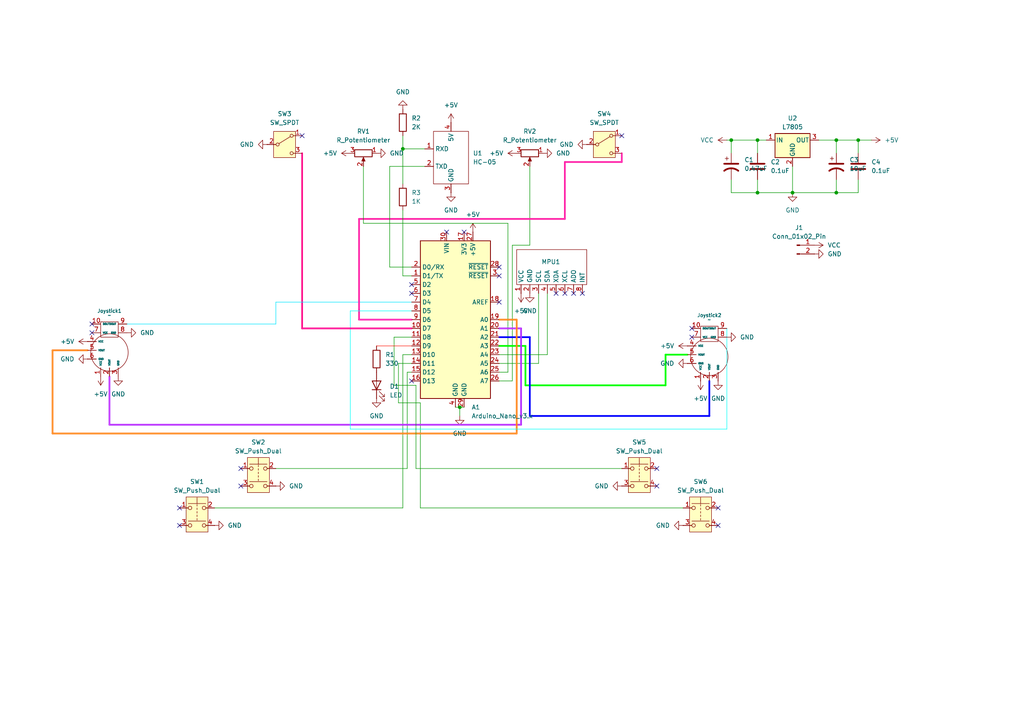
<source format=kicad_sch>
(kicad_sch (version 20250114) (generator "eeschema") (generator_version "9.0")
  (paper "A4")
  (lib_symbols
    (symbol "Connector:Conn_01x02_Pin" (pin_names (offset 1.016) (hide yes))
      (property "Reference" "J" (at 0 2.54 0))
      (property "Value" "Conn_01x02_Pin" (at 0 -5.08 0))
      (symbol "Conn_01x02_Pin_1_1"
        (rectangle (start 0.8636 0.127) (end 0 -0.127) (stroke (width 0.1524)) (fill (type outline)))
        (rectangle (start 0.8636 -2.413) (end 0 -2.667) (stroke (width 0.1524)) (fill (type outline)))
        (polyline (pts (xy 1.27 0) (xy 0.8636 0)) (stroke (width 0.1524)))
        (polyline (pts (xy 1.27 -2.54) (xy 0.8636 -2.54)) (stroke (width 0.1524)))
        (pin passive line (at 5.08 0 180) (length 3.81) (name "Pin_1") (number "1"))
        (pin passive line (at 5.08 -2.54 180) (length 3.81) (name "Pin_2") (number "2"))
      )
    )
    (symbol "Controller_Components:Joystick"
      (property "Reference" "Joystick" (at 2.286 -6.35 90))
      (symbol "Joystick_0_1"
        (rectangle (start -2.54 1.905) (end 2.54 -2.54))
        (circle (center 0 -6.985) (radius 5.4254))
      )
      (symbol "Joystick_1_1"
        (pin passive line (at -6.35 -3.81 0) (length 2.54) (name "VCC") (number "4"))
        (pin passive line (at -6.35 -6.35 0) (length 2.54) (name "VOUT") (number "5"))
        (pin passive line (at -6.35 -8.89 0) (length 2.54) (name "GND") (number "6"))
        (pin passive line (at -5.08 1.27 0) (length 2.54) (name "DOUT") (number "10"))
        (pin passive line (at -5.08 -1.27 0) (length 2.54) (name "VCC") (number "7"))
        (pin passive line (at -2.54 -13.97 90) (length 2.54) (name "VCC") (number "1"))
        (pin passive line (at 0 -13.97 90) (length 2.54) (name "VOUT") (number "2"))
        (pin passive line (at 2.54 -13.97 90) (length 2.54) (name "GND") (number "3"))
        (pin passive line (at 5.08 1.27 180) (length 2.54) (name "DOUT") (number "9"))
        (pin passive line (at 5.08 -1.27 180) (length 2.54) (name "GND") (number "8"))
      )
    )
    (symbol "Controller_Components:MPU6050"
      (property "Reference" "MPU6050" (at 1.016 -9.906 0))
      (symbol "MPU6050_0_1"
        (rectangle (start -8.89 -6.35) (end 11.43 -16.51))
      )
      (symbol "MPU6050_1_1"
        (pin passive line (at -7.62 -19.05 90) (length 2.54) (name "VCC") (number "1"))
        (pin passive line (at -5.08 -19.05 90) (length 2.54) (name "GND") (number "2"))
        (pin passive line (at -2.54 -19.05 90) (length 2.54) (name "SCL") (number "3"))
        (pin passive line (at 0 -19.05 90) (length 2.54) (name "SDA") (number "4"))
        (pin passive line (at 2.54 -19.05 90) (length 2.54) (name "XDA") (number "5"))
        (pin passive line (at 5.08 -19.05 90) (length 2.54) (name "XCL") (number "6"))
        (pin passive line (at 7.62 -19.05 90) (length 2.54) (name "ADO") (number "7"))
        (pin passive line (at 10.16 -19.05 90) (length 2.54) (name "INT") (number "8"))
      )
    )
    (symbol "Device1:C" (pin_numbers (hide yes)) (pin_names (offset 0.254))
      (property "Reference" "C" (at 0.635 2.54 0))
      (property "Value" "C" (at 0.635 -2.54 0))
      (symbol "C_0_1"
        (polyline (pts (xy -2.032 0.762) (xy 2.032 0.762)) (stroke (width 0.508)))
        (polyline (pts (xy -2.032 -0.762) (xy 2.032 -0.762)) (stroke (width 0.508)))
      )
      (symbol "C_1_1"
        (pin passive line (at 0 3.81 270) (length 2.794) (name "~") (number "1"))
        (pin passive line (at 0 -3.81 90) (length 2.794) (name "~") (number "2"))
      )
    )
    (symbol "Device:C_Polarized_US" (pin_numbers (hide yes)) (pin_names (offset 0.254) (hide yes))
      (property "Reference" "C" (at 0.635 2.54 0))
      (property "Value" "C_Polarized_US" (at 0.635 -2.54 0))
      (symbol "C_Polarized_US_0_1"
        (polyline (pts (xy -2.032 0.762) (xy 2.032 0.762)) (stroke (width 0.508)))
        (polyline (pts (xy -1.778 2.286) (xy -0.762 2.286)))
        (polyline (pts (xy -1.27 1.778) (xy -1.27 2.794)))
        (arc (start -2.032 -1.27) (mid 0 -0.5572) (end 2.032 -1.27) (stroke (width 0.508)))
      )
      (symbol "C_Polarized_US_1_1"
        (pin passive line (at 0 3.81 270) (length 2.794) (name "~") (number "1"))
        (pin passive line (at 0 -3.81 90) (length 3.302) (name "~") (number "2"))
      )
    )
    (symbol "Device:LED" (pin_numbers (hide yes)) (pin_names (offset 1.016) (hide yes))
      (property "Reference" "D" (at 0 2.54 0))
      (property "Value" "LED" (at 0 -2.54 0))
      (symbol "LED_0_1"
        (polyline (pts (xy -3.048 -0.762) (xy -4.572 -2.286) (xy -3.81 -2.286) (xy -4.572 -2.286) (xy -4.572 -1.524)))
        (polyline (pts (xy -1.778 -0.762) (xy -3.302 -2.286) (xy -2.54 -2.286) (xy -3.302 -2.286) (xy -3.302 -1.524)))
        (polyline (pts (xy -1.27 0) (xy 1.27 0)))
        (polyline (pts (xy -1.27 -1.27) (xy -1.27 1.27)) (stroke (width 0.254)))
        (polyline (pts (xy 1.27 -1.27) (xy 1.27 1.27) (xy -1.27 0) (xy 1.27 -1.27)) (stroke (width 0.254)))
      )
      (symbol "LED_1_1"
        (pin passive line (at -3.81 0 0) (length 2.54) (name "K") (number "1"))
        (pin passive line (at 3.81 0 180) (length 2.54) (name "A") (number "2"))
      )
    )
    (symbol "Device:R" (pin_numbers (hide yes)) (pin_names (offset 0))
      (property "Reference" "R" (at 2.032 0 90))
      (property "Value" "R" (at 0 0 90))
      (symbol "R_0_1"
        (rectangle (start -1.016 -2.54) (end 1.016 2.54) (stroke (width 0.254)))
      )
      (symbol "R_1_1"
        (pin passive line (at 0 3.81 270) (length 1.27) (name "~") (number "1"))
        (pin passive line (at 0 -3.81 90) (length 1.27) (name "~") (number "2"))
      )
    )
    (symbol "Device:R_Potentiometer" (pin_names (offset 1.016) (hide yes))
      (property "Reference" "RV" (at -4.445 0 90))
      (property "Value" "R_Potentiometer" (at -2.54 0 90))
      (symbol "R_Potentiometer_0_1"
        (rectangle (start 1.016 2.54) (end -1.016 -2.54) (stroke (width 0.254)))
        (polyline (pts (xy 1.143 0) (xy 2.286 0.508) (xy 2.286 -0.508) (xy 1.143 0)) (fill (type outline)))
        (polyline (pts (xy 2.54 0) (xy 1.524 0)))
      )
      (symbol "R_Potentiometer_1_1"
        (pin passive line (at 0 3.81 270) (length 1.27) (name "1") (number "1"))
        (pin passive line (at 0 -3.81 90) (length 1.27) (name "3") (number "3"))
        (pin passive line (at 3.81 0 180) (length 1.27) (name "2") (number "2"))
      )
    )
    (symbol "MCU_Module:Arduino_Nano_v3.x"
      (property "Reference" "A" (at -10.16 23.495 0))
      (property "Value" "Arduino_Nano_v3.x" (at 5.08 -24.13 0))
      (symbol "Arduino_Nano_v3.x_0_1"
        (rectangle (start -10.16 22.86) (end 10.16 -22.86) (stroke (width 0.254)) (fill (type background)))
      )
      (symbol "Arduino_Nano_v3.x_1_1"
        (pin bidirectional line (at -12.7 15.24 0) (length 2.54) (name "D0/RX") (number "2"))
        (pin bidirectional line (at -12.7 12.7 0) (length 2.54) (name "D1/TX") (number "1"))
        (pin bidirectional line (at -12.7 10.16 0) (length 2.54) (name "D2") (number "5"))
        (pin bidirectional line (at -12.7 7.62 0) (length 2.54) (name "D3") (number "6"))
        (pin bidirectional line (at -12.7 5.08 0) (length 2.54) (name "D4") (number "7"))
        (pin bidirectional line (at -12.7 2.54 0) (length 2.54) (name "D5") (number "8"))
        (pin bidirectional line (at -12.7 0 0) (length 2.54) (name "D6") (number "9"))
        (pin bidirectional line (at -12.7 -2.54 0) (length 2.54) (name "D7") (number "10"))
        (pin bidirectional line (at -12.7 -5.08 0) (length 2.54) (name "D8") (number "11"))
        (pin bidirectional line (at -12.7 -7.62 0) (length 2.54) (name "D9") (number "12"))
        (pin bidirectional line (at -12.7 -10.16 0) (length 2.54) (name "D10") (number "13"))
        (pin bidirectional line (at -12.7 -12.7 0) (length 2.54) (name "D11") (number "14"))
        (pin bidirectional line (at -12.7 -15.24 0) (length 2.54) (name "D12") (number "15"))
        (pin bidirectional line (at -12.7 -17.78 0) (length 2.54) (name "D13") (number "16"))
        (pin power_in line (at -2.54 25.4 270) (length 2.54) (name "VIN") (number "30"))
        (pin power_in line (at 0 -25.4 90) (length 2.54) (name "GND") (number "4"))
        (pin power_out line (at 2.54 25.4 270) (length 2.54) (name "3V3") (number "17"))
        (pin power_in line (at 2.54 -25.4 90) (length 2.54) (name "GND") (number "29"))
        (pin power_out line (at 5.08 25.4 270) (length 2.54) (name "+5V") (number "27"))
        (pin input line (at 12.7 15.24 180) (length 2.54) (name "~{RESET}") (number "28"))
        (pin input line (at 12.7 12.7 180) (length 2.54) (name "~{RESET}") (number "3"))
        (pin input line (at 12.7 5.08 180) (length 2.54) (name "AREF") (number "18"))
        (pin bidirectional line (at 12.7 0 180) (length 2.54) (name "A0") (number "19"))
        (pin bidirectional line (at 12.7 -2.54 180) (length 2.54) (name "A1") (number "20"))
        (pin bidirectional line (at 12.7 -5.08 180) (length 2.54) (name "A2") (number "21"))
        (pin bidirectional line (at 12.7 -7.62 180) (length 2.54) (name "A3") (number "22"))
        (pin bidirectional line (at 12.7 -10.16 180) (length 2.54) (name "A4") (number "23"))
        (pin bidirectional line (at 12.7 -12.7 180) (length 2.54) (name "A5") (number "24"))
        (pin bidirectional line (at 12.7 -15.24 180) (length 2.54) (name "A6") (number "25"))
        (pin bidirectional line (at 12.7 -17.78 180) (length 2.54) (name "A7") (number "26"))
      )
    )
    (symbol "Regulator_Linear:L7805" (pin_names (offset 0.254))
      (property "Reference" "U" (at -3.81 3.175 0))
      (property "Value" "L7805" (at 0 3.175 0))
      (symbol "L7805_0_1"
        (rectangle (start -5.08 1.905) (end 5.08 -5.08) (stroke (width 0.254)) (fill (type background)))
      )
      (symbol "L7805_1_1"
        (pin power_in line (at -7.62 0 0) (length 2.54) (name "IN") (number "1"))
        (pin power_in line (at 0 -7.62 90) (length 2.54) (name "GND") (number "2"))
        (pin power_out line (at 7.62 0 180) (length 2.54) (name "OUT") (number "3"))
      )
    )
    (symbol "Switch:SW_Push_Dual" (pin_names (offset 1.016) (hide yes))
      (property "Reference" "SW" (at 0 7.62 0))
      (property "Value" "SW_Push_Dual" (at 0 -6.35 0))
      (symbol "SW_Push_Dual_0_1"
        (circle (center -2.032 2.54) (radius 0.508))
        (circle (center -2.032 -2.54) (radius 0.508))
        (polyline (pts (xy 0 3.81) (xy 0 5.588)))
        (polyline (pts (xy 0 3.048) (xy 0 3.556)))
        (polyline (pts (xy 0 2.032) (xy 0 2.54)))
        (polyline (pts (xy 0 1.016) (xy 0 1.524)))
        (polyline (pts (xy 0 0.508) (xy 0 0)))
        (polyline (pts (xy 0 -0.508) (xy 0 -1.016)))
        (circle (center 2.032 2.54) (radius 0.508))
        (circle (center 2.032 -2.54) (radius 0.508))
        (polyline (pts (xy 2.54 3.81) (xy -2.54 3.81)))
        (polyline (pts (xy 2.54 -1.27) (xy -2.54 -1.27)))
        (pin passive line (at -5.08 2.54 0) (length 2.54) (name "1") (number "1"))
        (pin passive line (at -5.08 -2.54 0) (length 2.54) (name "3") (number "3"))
        (pin passive line (at 5.08 2.54 180) (length 2.54) (name "2") (number "2"))
        (pin passive line (at 5.08 -2.54 180) (length 2.54) (name "4") (number "4"))
      )
      (symbol "SW_Push_Dual_1_1"
        (rectangle (start -3.175 5.715) (end 3.175 -4.445) (fill (type background)))
      )
    )
    (symbol "Switch:SW_SPDT" (pin_names (offset 0) (hide yes))
      (property "Reference" "SW" (at 0 5.08 0))
      (property "Value" "SW_SPDT" (at 0 -5.08 0))
      (symbol "SW_SPDT_0_1"
        (circle (center -2.032 0) (radius 0.4572))
        (polyline (pts (xy -1.651 0.254) (xy 1.651 2.286)))
        (circle (center 2.032 2.54) (radius 0.4572))
        (circle (center 2.032 -2.54) (radius 0.4572))
      )
      (symbol "SW_SPDT_1_1"
        (rectangle (start -3.175 3.81) (end 3.175 -3.81) (fill (type background)))
        (pin passive line (at -5.08 0 0) (length 2.54) (name "B") (number "2"))
        (pin passive line (at 5.08 2.54 180) (length 2.54) (name "A") (number "1"))
        (pin passive line (at 5.08 -2.54 180) (length 2.54) (name "C") (number "3"))
      )
    )
    (symbol "drone_project_lib:HC-05"
      (property "Reference" "U" (at 0 0 0))
      (property "Value" "HC-05" (at 8.89 0 0))
      (symbol "HC-05_0_1"
        (rectangle (start -5.08 7.62) (end 5.08 -7.62))
      )
      (symbol "HC-05_1_1"
        (pin bidirectional line (at -7.62 2.54 0) (length 2.54) (name "RXD") (number "1"))
        (pin bidirectional line (at -7.62 -2.54 0) (length 2.54) (name "TXD") (number "2"))
        (pin power_in line (at 0 10.16 270) (length 2.54) (name "5V") (number "4"))
        (pin power_in line (at 0 -10.16 90) (length 2.54) (name "GND") (number "3"))
      )
    )
    (symbol "power:+5V" (power) (pin_numbers (hide yes)) (pin_names (offset 0) (hide yes))
      (property "Value" "+5V" (at 0 3.556 0))
      (symbol "+5V_0_1"
        (polyline (pts (xy -0.762 1.27) (xy 0 2.54)))
        (polyline (pts (xy 0 2.54) (xy 0.762 1.27)))
        (polyline (pts (xy 0 0) (xy 0 2.54)))
      )
      (symbol "+5V_1_1"
        (pin power_in line (at 0 0 90) (length 0) (name "~") (number "1"))
      )
    )
    (symbol "power:GND" (power) (pin_numbers (hide yes)) (pin_names (offset 0) (hide yes))
      (property "Value" "GND" (at 0 -3.81 0))
      (symbol "GND_0_1"
        (polyline (pts (xy 0 0) (xy 0 -1.27) (xy 1.27 -1.27) (xy 0 -2.54) (xy -1.27 -1.27) (xy 0 -1.27)))
      )
      (symbol "GND_1_1"
        (pin power_in line (at 0 0 270) (length 0) (name "~") (number "1"))
      )
    )
    (symbol "power:VCC" (power) (pin_numbers (hide yes)) (pin_names (offset 0) (hide yes))
      (property "Value" "VCC" (at 0 3.556 0))
      (symbol "VCC_0_1"
        (polyline (pts (xy -0.762 1.27) (xy 0 2.54)))
        (polyline (pts (xy 0 2.54) (xy 0.762 1.27)))
        (polyline (pts (xy 0 0) (xy 0 2.54)))
      )
      (symbol "VCC_1_1"
        (pin power_in line (at 0 0 90) (length 0) (name "~") (number "1"))
      )
    )
  )
  (junction (at 219.71 40.64))
  (junction (at 212.09 40.64))
  (junction (at 242.57 40.64))
  (junction (at 229.87 55.88))
  (junction (at 219.71 55.88))
  (junction (at 133.35 118.11))
  (junction (at 248.92 40.64))
  (junction (at 116.84 43.18))
  (junction (at 242.57 55.88))
  (no_connect (at 119.38 82.55))
  (no_connect (at 119.38 110.49))
  (no_connect (at 119.38 85.09))
  (no_connect (at 208.28 152.4))
  (no_connect (at 52.07 152.4))
  (no_connect (at 200.66 97.79))
  (no_connect (at 208.28 147.32))
  (no_connect (at 69.85 140.97))
  (no_connect (at 144.78 77.47))
  (no_connect (at 190.5 140.97))
  (no_connect (at 190.5 135.89))
  (no_connect (at 52.07 147.32))
  (no_connect (at 87.63 39.37))
  (no_connect (at 161.29 85.09))
  (no_connect (at 144.78 87.63))
  (no_connect (at 180.34 39.37))
  (no_connect (at 200.66 95.25))
  (no_connect (at 26.67 93.98))
  (no_connect (at 163.83 85.09))
  (no_connect (at 166.37 85.09))
  (no_connect (at 129.54 67.31))
  (no_connect (at 134.62 67.31))
  (no_connect (at 168.91 85.09))
  (no_connect (at 144.78 80.01))
  (no_connect (at 69.85 135.89))
  (no_connect (at 26.67 96.52))
  (wire (pts (xy 158.75 102.87) (xy 144.78 102.87)))
  (wire (pts (xy 148.59 110.49) (xy 144.78 110.49)))
  (wire (pts (xy 212.09 40.64) (xy 212.09 44.45)))
  (wire (pts (xy 36.83 93.98) (xy 80.01 93.98)) (stroke (width 0) (color 0 230 255 1)))
  (wire (pts (xy 152.4 111.76) (xy 152.4 100.33)) (stroke (width 0.5) (color 0 255 0 1)))
  (wire (pts (xy 120.65 111.76) (xy 114.3 111.76)))
  (wire (pts (xy 62.23 147.32) (xy 116.84 147.32)))
  (wire (pts (xy 163.83 63.5) (xy 104.14 63.5)) (stroke (width 0.5) (color 255 35 168 1)))
  (wire (pts (xy 210.82 124.46) (xy 101.6 124.46)) (stroke (width 0) (color 0 255 248 1)))
  (wire (pts (xy 133.35 118.11) (xy 133.35 120.65)))
  (wire (pts (xy 80.01 135.89) (xy 118.11 135.89)))
  (wire (pts (xy 148.59 71.12) (xy 148.59 110.49)))
  (wire (pts (xy 87.63 95.25) (xy 119.38 95.25)) (stroke (width 0.5) (color 255 17 141 1)))
  (wire (pts (xy 104.14 63.5) (xy 104.14 92.71)) (stroke (width 0.5) (color 255 35 168 1)))
  (wire (pts (xy 158.75 85.09) (xy 158.75 102.87)))
  (wire (pts (xy 105.41 64.77) (xy 147.32 64.77)))
  (wire (pts (xy 15.24 101.6) (xy 25.4 101.6)) (stroke (width 0.5) (color 255 128 28 1)))
  (wire (pts (xy 248.92 52.07) (xy 248.92 55.88)))
  (wire (pts (xy 193.04 102.87) (xy 199.39 102.87)) (stroke (width 0.5) (color 0 255 0 1)))
  (wire (pts (xy 242.57 52.07) (xy 242.57 55.88)))
  (wire (pts (xy 229.87 48.26) (xy 229.87 55.88)))
  (wire (pts (xy 163.83 46.99) (xy 180.34 46.99)) (stroke (width 0.5) (color 255 35 168 1)))
  (wire (pts (xy 113.03 48.26) (xy 113.03 77.47)))
  (wire (pts (xy 80.01 87.63) (xy 119.38 87.63)) (stroke (width 0) (color 0 230 255 1)))
  (wire (pts (xy 118.11 135.89) (xy 118.11 107.95)))
  (wire (pts (xy 242.57 40.64) (xy 242.57 44.45)))
  (wire (pts (xy 237.49 40.64) (xy 242.57 40.64)))
  (wire (pts (xy 121.92 116.84) (xy 115.57 116.84)))
  (wire (pts (xy 115.57 105.41) (xy 119.38 105.41)))
  (wire (pts (xy 105.41 48.26) (xy 105.41 64.77)))
  (wire (pts (xy 116.84 39.37) (xy 116.84 43.18)))
  (wire (pts (xy 121.92 147.32) (xy 121.92 116.84)))
  (wire (pts (xy 229.87 55.88) (xy 242.57 55.88)))
  (wire (pts (xy 132.08 118.11) (xy 133.35 118.11)))
  (wire (pts (xy 180.34 135.89) (xy 120.65 135.89)))
  (wire (pts (xy 113.03 77.47) (xy 119.38 77.47)))
  (wire (pts (xy 101.6 90.17) (xy 119.38 90.17)) (stroke (width 0) (color 0 255 248 1)))
  (wire (pts (xy 180.34 46.99) (xy 180.34 44.45)) (stroke (width 0.5) (color 255 35 168 1)))
  (wire (pts (xy 80.01 93.98) (xy 80.01 87.63)) (stroke (width 0) (color 0 230 255 1)))
  (wire (pts (xy 133.35 118.11) (xy 134.62 118.11)))
  (wire (pts (xy 153.67 48.26) (xy 153.67 71.12)))
  (wire (pts (xy 212.09 52.07) (xy 212.09 55.88)))
  (wire (pts (xy 152.4 100.33) (xy 144.78 100.33)) (stroke (width 0.5) (color 0 255 0 1)))
  (wire (pts (xy 116.84 102.87) (xy 119.38 102.87)))
  (wire (pts (xy 123.19 48.26) (xy 113.03 48.26)))
  (wire (pts (xy 219.71 55.88) (xy 229.87 55.88)))
  (wire (pts (xy 210.82 95.25) (xy 210.82 124.46)) (stroke (width 0) (color 0 255 248 1)))
  (wire (pts (xy 210.82 40.64) (xy 212.09 40.64)))
  (wire (pts (xy 147.32 107.95) (xy 144.78 107.95)))
  (wire (pts (xy 116.84 147.32) (xy 116.84 102.87)))
  (wire (pts (xy 101.6 124.46) (xy 101.6 90.17)) (stroke (width 0) (color 0 255 248 1)))
  (wire (pts (xy 31.75 123.19) (xy 151.13 123.19)) (stroke (width 0.5) (color 179 46 255 1)))
  (wire (pts (xy 242.57 55.88) (xy 248.92 55.88)))
  (wire (pts (xy 118.11 107.95) (xy 119.38 107.95)))
  (wire (pts (xy 119.38 100.33) (xy 109.22 100.33)) (stroke (width 0) (color 255 19 5 1)))
  (wire (pts (xy 156.21 85.09) (xy 156.21 105.41)))
  (wire (pts (xy 116.84 43.18) (xy 116.84 53.34)))
  (wire (pts (xy 149.86 125.73) (xy 149.86 92.71)) (stroke (width 0.5) (color 255 128 28 1)))
  (wire (pts (xy 151.13 123.19) (xy 151.13 95.25)) (stroke (width 0.5) (color 179 46 255 1)))
  (wire (pts (xy 116.84 60.96) (xy 116.84 80.01)))
  (wire (pts (xy 31.75 123.19) (xy 31.75 109.22)) (stroke (width 0.5) (color 179 46 255 1)))
  (wire (pts (xy 205.74 120.65) (xy 205.74 110.49)) (stroke (width 0.5) (color 0 0 255 1)))
  (wire (pts (xy 248.92 40.64) (xy 248.92 44.45)))
  (wire (pts (xy 219.71 52.07) (xy 219.71 55.88)))
  (wire (pts (xy 114.3 111.76) (xy 114.3 97.79)))
  (wire (pts (xy 219.71 40.64) (xy 222.25 40.64)))
  (wire (pts (xy 193.04 102.87) (xy 193.04 111.76)) (stroke (width 0.5) (color 0 255 0 1)))
  (wire (pts (xy 123.19 43.18) (xy 116.84 43.18)))
  (wire (pts (xy 114.3 97.79) (xy 119.38 97.79)))
  (wire (pts (xy 153.67 97.79) (xy 144.78 97.79)) (stroke (width 0.5) (color 0 0 255 1)))
  (wire (pts (xy 120.65 135.89) (xy 120.65 111.76)))
  (wire (pts (xy 153.67 71.12) (xy 148.59 71.12)))
  (wire (pts (xy 153.67 120.65) (xy 153.67 97.79)) (stroke (width 0.5) (color 0 0 255 1)))
  (wire (pts (xy 212.09 40.64) (xy 219.71 40.64)))
  (wire (pts (xy 219.71 40.64) (xy 219.71 44.45)))
  (wire (pts (xy 104.14 92.71) (xy 119.38 92.71)) (stroke (width 0.5) (color 255 35 168 1)))
  (wire (pts (xy 212.09 55.88) (xy 219.71 55.88)))
  (wire (pts (xy 144.78 92.71) (xy 149.86 92.71)) (stroke (width 0.5) (color 255 128 28 1)))
  (wire (pts (xy 151.13 95.25) (xy 144.78 95.25)) (stroke (width 0.5) (color 179 46 255 1)))
  (wire (pts (xy 248.92 40.64) (xy 252.73 40.64)))
  (wire (pts (xy 87.63 44.45) (xy 87.63 95.25)) (stroke (width 0.5) (color 255 17 141 1)))
  (wire (pts (xy 147.32 64.77) (xy 147.32 107.95)))
  (wire (pts (xy 205.74 120.65) (xy 153.67 120.65)) (stroke (width 0.5) (color 0 0 255 1)))
  (wire (pts (xy 156.21 105.41) (xy 144.78 105.41)))
  (wire (pts (xy 115.57 116.84) (xy 115.57 105.41)))
  (wire (pts (xy 198.12 147.32) (xy 121.92 147.32)))
  (wire (pts (xy 15.24 125.73) (xy 15.24 101.6)) (stroke (width 0.5) (color 255 128 28 1)))
  (wire (pts (xy 163.83 63.5) (xy 163.83 46.99)) (stroke (width 0.5) (color 255 35 168 1)))
  (wire (pts (xy 152.4 111.76) (xy 193.04 111.76)) (stroke (width 0.5) (color 0 255 0 1)))
  (wire (pts (xy 242.57 40.64) (xy 248.92 40.64)))
  (wire (pts (xy 15.24 125.73) (xy 149.86 125.73)) (stroke (width 0.5) (color 255 128 28 1)))
  (wire (pts (xy 116.84 80.01) (xy 119.38 80.01)))
  (symbol (lib_id "Device1:C") (at 219.71 48.26 0) (unit 1)
    (property "Reference" "C2" (at 223.52 46.9899 0) (effects (justify left)))
    (property "Value" "0.1uF" (at 223.52 49.5299 0) (effects (justify left)))
    (property "Footprint" "footprints:C" (effects (hide yes)))
    (property "Description" "Unpolarized capacitor" (effects (hide yes)))
  )
  (symbol (lib_id "Device:R_Potentiometer") (at 105.41 44.45 270) (unit 1)
    (property "Reference" "RV1" (at 105.41 38.1 90))
    (property "Value" "R_Potentiometer" (at 105.41 40.64 90))
    (property "Footprint" "Potentiometer_THT:Potentiometer_Alpha_RD901F-40-00D_Single_Vertical" (effects (hide yes)))
    (property "Description" "Potentiometer" (effects (hide yes)))
  )
  (symbol (lib_id "MCU_Module:Arduino_Nano_v3.x") (at 132.08 92.71 0) (unit 1)
    (property "Reference" "A1" (at 136.7633 118.11 0) (effects (justify left)))
    (property "Value" "Arduino_Nano_v3.x" (at 136.7633 120.65 0) (effects (justify left)))
    (property "Footprint" "Module:Arduino_Nano" (effects (hide yes)))
    (property "Datasheet" "http://www.mouser.com/pdfdocs/Gravitech_Arduino_Nano3_0.pdf" (effects (hide yes)))
    (property "Description" "Arduino Nano v3.x" (effects (hide yes)))
  )
  (symbol (lib_id "Switch:SW_Push_Dual") (at 57.15 149.86 0) (unit 1)
    (property "Reference" "SW1" (at 57.15 139.7 0))
    (property "Value" "SW_Push_Dual" (at 57.15 142.24 0))
    (property "Footprint" "footprints:BTN" (effects (hide yes)))
    (property "Description" "Push button switch, generic, symbol, four pins" (effects (hide yes)))
  )
  (symbol (lib_id "power:+5V") (at 151.13 85.09 180) (unit 1)
    (property "Reference" "#PWR018" (effects (hide yes)))
    (property "Value" "+5V" (at 151.13 90.17 0))
    (property "Description" "Power symbol creates a global label with name \"+5V\"" (effects (hide yes)))
  )
  (symbol (lib_id "power:GND") (at 109.22 115.57 0) (unit 1)
    (property "Reference" "#PWR011" (effects (hide yes)))
    (property "Value" "GND" (at 109.22 120.65 0))
    (property "Description" "Power symbol creates a global label with name \"GND\" , ground" (effects (hide yes)))
  )
  (symbol (lib_id "power:VCC") (at 236.22 71.12 270) (unit 1)
    (property "Reference" "#PWR030" (effects (hide yes)))
    (property "Value" "VCC" (at 240.03 71.1199 90) (effects (justify left)))
    (property "Description" "Power symbol creates a global label with name \"VCC\"" (effects (hide yes)))
  )
  (symbol (lib_id "power:GND") (at 34.29 109.22 0) (unit 1)
    (property "Reference" "#PWR04" (effects (hide yes)))
    (property "Value" "GND" (at 34.29 114.3 0))
    (property "Description" "Power symbol creates a global label with name \"GND\" , ground" (effects (hide yes)))
  )
  (symbol (lib_id "Switch:SW_Push_Dual") (at 185.42 138.43 0) (unit 1)
    (property "Reference" "SW5" (at 185.42 128.27 0))
    (property "Value" "SW_Push_Dual" (at 185.42 130.81 0))
    (property "Footprint" "footprints:BTN" (effects (hide yes)))
    (property "Description" "Push button switch, generic, symbol, four pins" (effects (hide yes)))
  )
  (symbol (lib_id "power:+5V") (at 149.86 44.45 90) (unit 1)
    (property "Reference" "#PWR017" (effects (hide yes)))
    (property "Value" "+5V" (at 146.05 44.4499 90) (effects (justify left)))
    (property "Description" "Power symbol creates a global label with name \"+5V\"" (effects (hide yes)))
  )
  (symbol (lib_id "Device:R") (at 109.22 104.14 180) (unit 1)
    (property "Reference" "R1" (at 111.76 102.8699 0) (effects (justify right)))
    (property "Value" "330" (at 111.76 105.4099 0) (effects (justify right)))
    (property "Footprint" "Resistor_THT:R_Axial_DIN0207_L6.3mm_D2.5mm_P7.62mm_Horizontal" (effects (hide yes)))
    (property "Description" "Resistor" (effects (hide yes)))
  )
  (symbol (lib_id "power:GND") (at 36.83 96.52 90) (unit 1)
    (property "Reference" "#PWR05" (effects (hide yes)))
    (property "Value" "GND" (at 40.64 96.5199 90) (effects (justify right)))
    (property "Description" "Power symbol creates a global label with name \"GND\" , ground" (effects (hide yes)))
  )
  (symbol (lib_id "power:GND") (at 199.39 105.41 270) (unit 1)
    (property "Reference" "#PWR025" (effects (hide yes)))
    (property "Value" "GND" (at 195.58 105.4099 90) (effects (justify right)))
    (property "Description" "Power symbol creates a global label with name \"GND\" , ground" (effects (hide yes)))
  )
  (symbol (lib_id "Controller_Components:MPU6050") (at 158.75 66.04 0) (unit 1)
    (property "Reference" "MPU1" (at 159.766 75.946 0))
    (property "Footprint" "footprints:MPU6050" (effects (hide yes)))
  )
  (symbol (lib_id "power:+5V") (at 199.39 100.33 90) (unit 1)
    (property "Reference" "#PWR024" (effects (hide yes)))
    (property "Value" "+5V" (at 195.58 100.3299 90) (effects (justify left)))
    (property "Description" "Power symbol creates a global label with name \"+5V\"" (effects (hide yes)))
  )
  (symbol (lib_id "power:+5V") (at 101.6 44.45 90) (unit 1)
    (property "Reference" "#PWR09" (effects (hide yes)))
    (property "Value" "+5V" (at 97.79 44.4499 90) (effects (justify left)))
    (property "Description" "Power symbol creates a global label with name \"+5V\"" (effects (hide yes)))
  )
  (symbol (lib_id "Device:C_Polarized_US") (at 212.09 48.26 0) (unit 1)
    (property "Reference" "C1" (at 215.9 46.3549 0) (effects (justify left)))
    (property "Value" "0.47uF" (at 215.9 48.8949 0) (effects (justify left)))
    (property "Footprint" "Capacitor_THT:CP_Radial_D5.0mm_P2.50mm" (effects (hide yes)))
    (property "Description" "Polarized capacitor, US symbol" (effects (hide yes)))
  )
  (symbol (lib_id "Regulator_Linear:L7805") (at 229.87 40.64 0) (unit 1)
    (property "Reference" "U2" (at 229.87 34.29 0))
    (property "Value" "L7805" (at 229.87 36.83 0))
    (property "Footprint" "Package_TO_SOT_THT:TO-220-3_Vertical" (effects (hide yes)))
    (property "Datasheet" "http://www.st.com/content/ccc/resource/technical/document/datasheet/41/4f/b3/b0/12/d4/47/88/CD00000444.pdf/files/CD00000444.pdf/jcr:content/translations/en.CD00000444.pdf" (effects (hide yes)))
    (property "Description" "Positive 1.5A 35V Linear Regulator, Fixed Output 5V, TO-220/TO-263/TO-252" (effects (hide yes)))
  )
  (symbol (lib_id "Device1:C") (at 248.92 48.26 0) (unit 1)
    (property "Reference" "C4" (at 252.73 46.9899 0) (effects (justify left)))
    (property "Value" "0.1uF" (at 252.73 49.5299 0) (effects (justify left)))
    (property "Footprint" "footprints:C" (effects (hide yes)))
    (property "Description" "Unpolarized capacitor" (effects (hide yes)))
  )
  (symbol (lib_id "power:GND") (at 157.48 44.45 90) (unit 1)
    (property "Reference" "#PWR020" (effects (hide yes)))
    (property "Value" "GND" (at 161.29 44.4499 90) (effects (justify right)))
    (property "Description" "Power symbol creates a global label with name \"GND\" , ground" (effects (hide yes)))
  )
  (symbol (lib_id "power:VCC") (at 210.82 40.64 90) (unit 1)
    (property "Reference" "#PWR028" (effects (hide yes)))
    (property "Value" "VCC" (at 207.01 40.6399 90) (effects (justify left)))
    (property "Description" "Power symbol creates a global label with name \"VCC\"" (effects (hide yes)))
  )
  (symbol (lib_id "Switch:SW_Push_Dual") (at 203.2 149.86 0) (unit 1)
    (property "Reference" "SW6" (at 203.2 139.7 0))
    (property "Value" "SW_Push_Dual" (at 203.2 142.24 0))
    (property "Footprint" "footprints:BTN" (effects (hide yes)))
    (property "Description" "Push button switch, generic, symbol, four pins" (effects (hide yes)))
  )
  (symbol (lib_id "power:GND") (at 198.12 152.4 270) (unit 1)
    (property "Reference" "#PWR023" (effects (hide yes)))
    (property "Value" "GND" (at 194.31 152.3999 90) (effects (justify right)))
    (property "Description" "Power symbol creates a global label with name \"GND\" , ground" (effects (hide yes)))
  )
  (symbol (lib_id "Connector:Conn_01x02_Pin") (at 231.14 71.12 0) (unit 1)
    (property "Reference" "J1" (at 231.775 66.04 0))
    (property "Value" "Conn_01x02_Pin" (at 231.775 68.58 0))
    (property "Footprint" "Connector_PinHeader_2.54mm:PinHeader_1x02_P2.54mm_Vertical" (effects (hide yes)))
    (property "Description" "Generic connector, single row, 01x02, script generated" (effects (hide yes)))
  )
  (symbol (lib_id "power:GND") (at 229.87 55.88 0) (unit 1)
    (property "Reference" "#PWR033" (effects (hide yes)))
    (property "Value" "GND" (at 229.87 60.96 0))
    (property "Description" "Power symbol creates a global label with name \"GND\" , ground" (effects (hide yes)))
  )
  (symbol (lib_id "drone_project_lib:HC-05") (at 130.81 45.72 0) (unit 1)
    (property "Reference" "U1" (at 137.16 44.4499 0) (effects (justify left)))
    (property "Value" "HC-05" (at 137.16 46.9899 0) (effects (justify left)))
    (property "Footprint" "drone_pcb_footprints:HC-05" (effects (hide yes)))
  )
  (symbol (lib_id "power:GND") (at 170.18 41.91 270) (unit 1)
    (property "Reference" "#PWR021" (effects (hide yes)))
    (property "Value" "GND" (at 166.37 41.9099 90) (effects (justify right)))
    (property "Description" "Power symbol creates a global label with name \"GND\" , ground" (effects (hide yes)))
  )
  (symbol (lib_id "power:GND") (at 80.01 140.97 90) (unit 1)
    (property "Reference" "#PWR08" (effects (hide yes)))
    (property "Value" "GND" (at 83.82 140.9699 90) (effects (justify right)))
    (property "Description" "Power symbol creates a global label with name \"GND\" , ground" (effects (hide yes)))
  )
  (symbol (lib_id "power:GND") (at 236.22 73.66 90) (unit 1)
    (property "Reference" "#PWR031" (effects (hide yes)))
    (property "Value" "GND" (at 240.03 73.6599 90) (effects (justify right)))
    (property "Description" "Power symbol creates a global label with name \"GND\" , ground" (effects (hide yes)))
  )
  (symbol (lib_id "power:+5V") (at 25.4 99.06 90) (unit 1)
    (property "Reference" "#PWR01" (effects (hide yes)))
    (property "Value" "+5V" (at 21.59 99.0599 90) (effects (justify left)))
    (property "Description" "Power symbol creates a global label with name \"+5V\"" (effects (hide yes)))
  )
  (symbol (lib_id "Switch:SW_SPDT") (at 82.55 41.91 0) (unit 1)
    (property "Reference" "SW3" (at 82.55 33.02 0))
    (property "Value" "SW_SPDT" (at 82.55 35.56 0))
    (property "Footprint" "footprints:TOGGLE_SWITCH" (effects (hide yes)))
    (property "Description" "Switch, single pole double throw" (effects (hide yes)))
  )
  (symbol (lib_id "Device:R_Potentiometer") (at 153.67 44.45 270) (unit 1)
    (property "Reference" "RV2" (at 153.67 38.1 90))
    (property "Value" "R_Potentiometer" (at 153.67 40.64 90))
    (property "Footprint" "Potentiometer_THT:Potentiometer_Alpha_RD901F-40-00D_Single_Vertical" (effects (hide yes)))
    (property "Description" "Potentiometer" (effects (hide yes)))
  )
  (symbol (lib_id "power:+5V") (at 130.81 35.56 0) (unit 1)
    (property "Reference" "#PWR013" (effects (hide yes)))
    (property "Value" "+5V" (at 130.81 30.48 0))
    (property "Description" "Power symbol creates a global label with name \"+5V\"" (effects (hide yes)))
  )
  (symbol (lib_id "power:GND") (at 180.34 140.97 270) (unit 1)
    (property "Reference" "#PWR022" (effects (hide yes)))
    (property "Value" "GND" (at 176.53 140.9699 90) (effects (justify right)))
    (property "Description" "Power symbol creates a global label with name \"GND\" , ground" (effects (hide yes)))
  )
  (symbol (lib_id "power:GND") (at 130.81 55.88 0) (unit 1)
    (property "Reference" "#PWR014" (effects (hide yes)))
    (property "Value" "GND" (at 130.81 60.96 0))
    (property "Description" "Power symbol creates a global label with name \"GND\" , ground" (effects (hide yes)))
  )
  (symbol (lib_id "power:+5V") (at 252.73 40.64 270) (unit 1)
    (property "Reference" "#PWR032" (effects (hide yes)))
    (property "Value" "+5V" (at 256.54 40.6399 90) (effects (justify left)))
    (property "Description" "Power symbol creates a global label with name \"+5V\"" (effects (hide yes)))
  )
  (symbol (lib_id "power:GND") (at 25.4 104.14 270) (unit 1)
    (property "Reference" "#PWR02" (effects (hide yes)))
    (property "Value" "GND" (at 21.59 104.1399 90) (effects (justify right)))
    (property "Description" "Power symbol creates a global label with name \"GND\" , ground" (effects (hide yes)))
  )
  (symbol (lib_id "power:GND") (at 133.35 120.65 0) (unit 1)
    (property "Reference" "#PWR015" (effects (hide yes)))
    (property "Value" "GND" (at 133.35 125.73 0))
    (property "Description" "Power symbol creates a global label with name \"GND\" , ground" (effects (hide yes)))
  )
  (symbol (lib_id "Controller_Components:Joystick") (at 205.74 96.52 0) (unit 1)
    (property "Reference" "Joystick2" (at 205.74 91.44 0) (effects (font (size 1 1))))
    (property "Value" "~" (at 205.74 92.71 0))
    (property "Footprint" "footprints:JOYSTICK" (effects (hide yes)))
  )
  (symbol (lib_id "Device:R") (at 116.84 35.56 0) (unit 1)
    (property "Reference" "R2" (at 119.38 34.2899 0) (effects (justify left)))
    (property "Value" "2K" (at 119.38 36.8299 0) (effects (justify left)))
    (property "Footprint" "Resistor_THT:R_Axial_DIN0207_L6.3mm_D2.5mm_P7.62mm_Horizontal" (effects (hide yes)))
    (property "Description" "Resistor" (effects (hide yes)))
  )
  (symbol (lib_id "power:GND") (at 208.28 110.49 0) (unit 1)
    (property "Reference" "#PWR027" (effects (hide yes)))
    (property "Value" "GND" (at 208.28 115.57 0))
    (property "Description" "Power symbol creates a global label with name \"GND\" , ground" (effects (hide yes)))
  )
  (symbol (lib_id "power:+5V") (at 137.16 67.31 0) (unit 1)
    (property "Reference" "#PWR016" (effects (hide yes)))
    (property "Value" "+5V" (at 137.16 62.23 0))
    (property "Description" "Power symbol creates a global label with name \"+5V\"" (effects (hide yes)))
  )
  (symbol (lib_id "power:GND") (at 109.22 44.45 90) (unit 1)
    (property "Reference" "#PWR010" (effects (hide yes)))
    (property "Value" "GND" (at 113.03 44.4499 90) (effects (justify right)))
    (property "Description" "Power symbol creates a global label with name \"GND\" , ground" (effects (hide yes)))
  )
  (symbol (lib_id "Device:LED") (at 109.22 111.76 90) (unit 1)
    (property "Reference" "D1" (at 113.03 112.0774 90) (effects (justify right)))
    (property "Value" "LED" (at 113.03 114.6174 90) (effects (justify right)))
    (property "Footprint" "LED_THT:LED_D5.0mm" (effects (hide yes)))
    (property "Description" "Light emitting diode" (effects (hide yes)))
    (property "Sim.Pins" "1=K 2=A" (effects (hide yes)))
  )
  (symbol (lib_id "power:+5V") (at 203.2 110.49 180) (unit 1)
    (property "Reference" "#PWR026" (effects (hide yes)))
    (property "Value" "+5V" (at 203.2 115.57 0))
    (property "Description" "Power symbol creates a global label with name \"+5V\"" (effects (hide yes)))
  )
  (symbol (lib_id "Switch:SW_SPDT") (at 175.26 41.91 0) (unit 1)
    (property "Reference" "SW4" (at 175.26 33.02 0))
    (property "Value" "SW_SPDT" (at 175.26 35.56 0))
    (property "Footprint" "footprints:TOGGLE_SWITCH" (effects (hide yes)))
    (property "Description" "Switch, single pole double throw" (effects (hide yes)))
  )
  (symbol (lib_id "power:+5V") (at 29.21 109.22 180) (unit 1)
    (property "Reference" "#PWR03" (effects (hide yes)))
    (property "Value" "+5V" (at 29.21 114.3 0))
    (property "Description" "Power symbol creates a global label with name \"+5V\"" (effects (hide yes)))
  )
  (symbol (lib_id "power:GND") (at 62.23 152.4 90) (unit 1)
    (property "Reference" "#PWR06" (effects (hide yes)))
    (property "Value" "GND" (at 66.04 152.3999 90) (effects (justify right)))
    (property "Description" "Power symbol creates a global label with name \"GND\" , ground" (effects (hide yes)))
  )
  (symbol (lib_id "Device:C_Polarized_US") (at 242.57 48.26 0) (unit 1)
    (property "Reference" "C3" (at 246.38 46.3549 0) (effects (justify left)))
    (property "Value" "10uF" (at 246.38 48.8949 0) (effects (justify left)))
    (property "Footprint" "Capacitor_THT:CP_Radial_D5.0mm_P2.50mm" (effects (hide yes)))
    (property "Description" "Polarized capacitor, US symbol" (effects (hide yes)))
  )
  (symbol (lib_id "Switch:SW_Push_Dual") (at 74.93 138.43 0) (unit 1)
    (property "Reference" "SW2" (at 74.93 128.27 0))
    (property "Value" "SW_Push_Dual" (at 74.93 130.81 0))
    (property "Footprint" "footprints:BTN" (effects (hide yes)))
    (property "Description" "Push button switch, generic, symbol, four pins" (effects (hide yes)))
  )
  (symbol (lib_id "power:GND") (at 210.82 97.79 90) (unit 1)
    (property "Reference" "#PWR029" (effects (hide yes)))
    (property "Value" "GND" (at 214.63 97.7899 90) (effects (justify right)))
    (property "Description" "Power symbol creates a global label with name \"GND\" , ground" (effects (hide yes)))
  )
  (symbol (lib_id "power:GND") (at 77.47 41.91 270) (unit 1)
    (property "Reference" "#PWR07" (effects (hide yes)))
    (property "Value" "GND" (at 73.66 41.9099 90) (effects (justify right)))
    (property "Description" "Power symbol creates a global label with name \"GND\" , ground" (effects (hide yes)))
  )
  (symbol (lib_id "power:GND") (at 116.84 31.75 180) (unit 1)
    (property "Reference" "#PWR012" (effects (hide yes)))
    (property "Value" "GND" (at 116.84 26.67 0))
    (property "Description" "Power symbol creates a global label with name \"GND\" , ground" (effects (hide yes)))
  )
  (symbol (lib_id "Device:R") (at 116.84 57.15 0) (unit 1)
    (property "Reference" "R3" (at 119.38 55.8799 0) (effects (justify left)))
    (property "Value" "1K" (at 119.38 58.4199 0) (effects (justify left)))
    (property "Footprint" "Resistor_THT:R_Axial_DIN0207_L6.3mm_D2.5mm_P7.62mm_Horizontal" (effects (hide yes)))
    (property "Description" "Resistor" (effects (hide yes)))
  )
  (symbol (lib_id "Controller_Components:Joystick") (at 31.75 95.25 0) (unit 1)
    (property "Reference" "Joystick1" (at 31.75 90.17 0) (effects (font (size 1 1))))
    (property "Value" "~" (at 31.75 91.44 0))
    (property "Footprint" "footprints:JOYSTICK" (effects (hide yes)))
  )
  (symbol (lib_id "power:GND") (at 153.67 85.09 0) (unit 1)
    (property "Reference" "#PWR019" (effects (hide yes)))
    (property "Value" "GND" (at 153.67 90.17 0))
    (property "Description" "Power symbol creates a global label with name \"GND\" , ground" (effects (hide yes)))
  )
)
</source>
